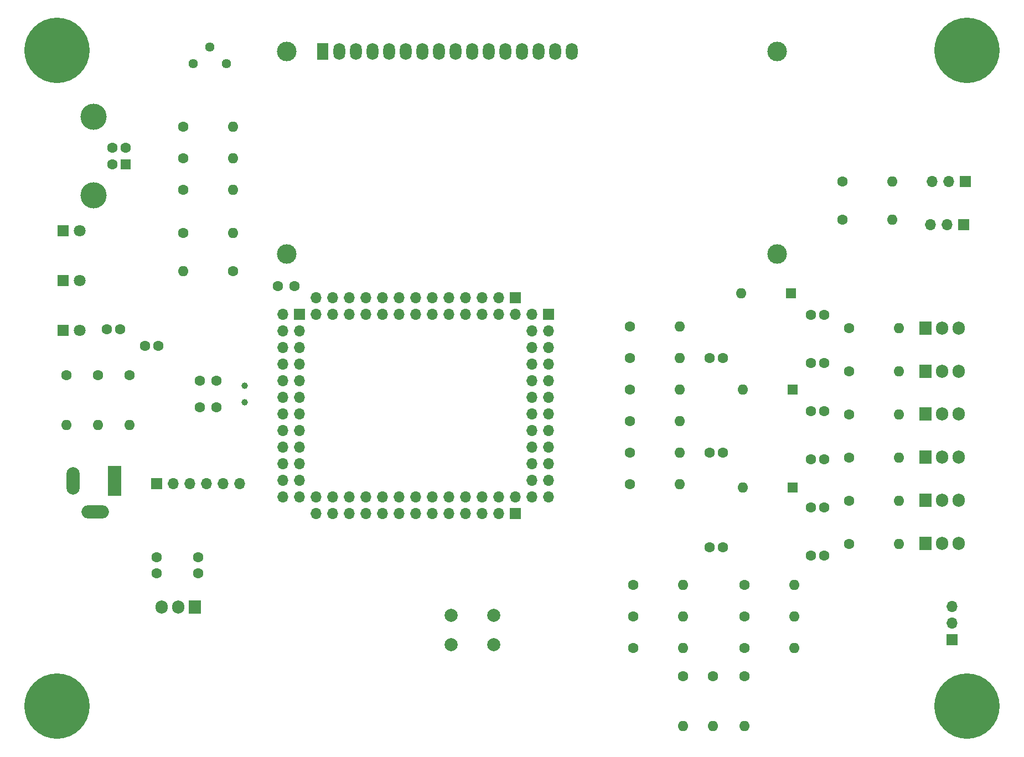
<source format=gbr>
%TF.GenerationSoftware,KiCad,Pcbnew,(6.0.7)*%
%TF.CreationDate,2022-11-12T20:07:08-06:00*%
%TF.ProjectId,Project 2,50726f6a-6563-4742-9032-2e6b69636164,rev?*%
%TF.SameCoordinates,Original*%
%TF.FileFunction,Soldermask,Bot*%
%TF.FilePolarity,Negative*%
%FSLAX46Y46*%
G04 Gerber Fmt 4.6, Leading zero omitted, Abs format (unit mm)*
G04 Created by KiCad (PCBNEW (6.0.7)) date 2022-11-12 20:07:08*
%MOMM*%
%LPD*%
G01*
G04 APERTURE LIST*
%ADD10C,1.600000*%
%ADD11O,1.600000X1.600000*%
%ADD12R,1.905000X2.000000*%
%ADD13O,1.905000X2.000000*%
%ADD14C,10.000000*%
%ADD15R,1.800000X1.800000*%
%ADD16C,1.800000*%
%ADD17R,1.700000X1.700000*%
%ADD18O,1.700000X1.700000*%
%ADD19C,1.000000*%
%ADD20R,1.600000X1.600000*%
%ADD21C,4.000000*%
%ADD22C,2.000000*%
%ADD23C,1.440000*%
%ADD24R,2.000000X4.600000*%
%ADD25O,2.000000X4.200000*%
%ADD26O,4.200000X2.000000*%
%ADD27C,3.000000*%
%ADD28R,1.800000X2.600000*%
%ADD29O,1.800000X2.600000*%
G04 APERTURE END LIST*
D10*
%TO.C,R29*%
X84457500Y-84740343D03*
D11*
X84457500Y-92360343D03*
%TD*%
D10*
%TO.C,R22*%
X161036000Y-82113000D03*
D11*
X168656000Y-82113000D03*
%TD*%
D10*
%TO.C,R13*%
X178562000Y-116840000D03*
D11*
X186182000Y-116840000D03*
%TD*%
%TO.C,R28*%
X201168000Y-60960000D03*
D10*
X193548000Y-60960000D03*
%TD*%
D12*
%TO.C,Q4*%
X206248000Y-97282000D03*
D13*
X208788000Y-97282000D03*
X211328000Y-97282000D03*
%TD*%
D10*
%TO.C,R21*%
X161036000Y-77287000D03*
D11*
X168656000Y-77287000D03*
%TD*%
D14*
%TO.C,H1*%
X73406000Y-135382000D03*
%TD*%
D10*
%TO.C,R6*%
X194564000Y-84145000D03*
D11*
X202184000Y-84145000D03*
%TD*%
D12*
%TO.C,U2*%
X94488000Y-120213000D03*
D13*
X91948000Y-120213000D03*
X89408000Y-120213000D03*
%TD*%
D10*
%TO.C,R7*%
X194564000Y-90749000D03*
D11*
X202184000Y-90749000D03*
%TD*%
D10*
%TO.C,C7*%
X188738000Y-75509000D03*
X190738000Y-75509000D03*
%TD*%
D12*
%TO.C,Q2*%
X206248000Y-84145000D03*
D13*
X208788000Y-84145000D03*
X211328000Y-84145000D03*
%TD*%
D10*
%TO.C,C12*%
X188738000Y-104973000D03*
X190738000Y-104973000D03*
%TD*%
D15*
%TO.C,D4*%
X74292500Y-77882343D03*
D16*
X76832500Y-77882343D03*
%TD*%
D10*
%TO.C,C9*%
X188738000Y-112339000D03*
X190738000Y-112339000D03*
%TD*%
%TO.C,R1*%
X161544000Y-116840000D03*
D11*
X169164000Y-116840000D03*
%TD*%
D12*
%TO.C,Q5*%
X206248000Y-103886000D03*
D13*
X208788000Y-103886000D03*
X211328000Y-103886000D03*
%TD*%
D10*
%TO.C,C14*%
X188722000Y-90241000D03*
X190722000Y-90241000D03*
%TD*%
D14*
%TO.C,H4*%
X73406000Y-35052000D03*
%TD*%
D10*
%TO.C,C13*%
X188722000Y-82875000D03*
X190722000Y-82875000D03*
%TD*%
%TO.C,R18*%
X100330000Y-68834000D03*
D11*
X92710000Y-68834000D03*
%TD*%
D10*
%TO.C,R14*%
X178562000Y-121666000D03*
D11*
X186182000Y-121666000D03*
%TD*%
D10*
%TO.C,C3*%
X81042000Y-77724000D03*
X83042000Y-77724000D03*
%TD*%
%TO.C,C1*%
X94996000Y-115062000D03*
X94996000Y-112562000D03*
%TD*%
%TO.C,R20*%
X92710000Y-56388000D03*
D11*
X100330000Y-56388000D03*
%TD*%
D10*
%TO.C,C10*%
X97770000Y-85598000D03*
X95270000Y-85598000D03*
%TD*%
%TO.C,R11*%
X173736000Y-130810000D03*
D11*
X173736000Y-138430000D03*
%TD*%
D15*
%TO.C,D6*%
X74292500Y-62642343D03*
D16*
X76832500Y-62642343D03*
%TD*%
D10*
%TO.C,R19*%
X92710000Y-51562000D03*
D11*
X100330000Y-51562000D03*
%TD*%
D10*
%TO.C,R10*%
X194564000Y-110561000D03*
D11*
X202184000Y-110561000D03*
%TD*%
D17*
%TO.C,J5*%
X88671000Y-101321000D03*
D18*
X91211000Y-101321000D03*
X93751000Y-101321000D03*
X96291000Y-101321000D03*
X98831000Y-101321000D03*
X101371000Y-101321000D03*
%TD*%
D19*
%TO.C,Y1*%
X102108000Y-88900000D03*
X102108000Y-86360000D03*
%TD*%
D10*
%TO.C,R24*%
X161036000Y-91765000D03*
D11*
X168656000Y-91765000D03*
%TD*%
D10*
%TO.C,R3*%
X161544000Y-126492000D03*
D11*
X169164000Y-126492000D03*
%TD*%
D10*
%TO.C,C16*%
X107208000Y-71120000D03*
X109708000Y-71120000D03*
%TD*%
D20*
%TO.C,D3*%
X185928000Y-101925000D03*
D11*
X178308000Y-101925000D03*
%TD*%
D10*
%TO.C,R4*%
X169164000Y-130810000D03*
D11*
X169164000Y-138430000D03*
%TD*%
D17*
%TO.C,J4*%
X212090000Y-61722000D03*
D18*
X209550000Y-61722000D03*
X207010000Y-61722000D03*
%TD*%
D10*
%TO.C,R16*%
X92710000Y-46736000D03*
D11*
X100330000Y-46736000D03*
%TD*%
D10*
%TO.C,R8*%
X194564000Y-97353000D03*
D11*
X202184000Y-97353000D03*
%TD*%
D10*
%TO.C,R2*%
X161544000Y-121666000D03*
D11*
X169164000Y-121666000D03*
%TD*%
D17*
%TO.C,J3*%
X210312000Y-125222000D03*
D18*
X210312000Y-122682000D03*
X210312000Y-120142000D03*
%TD*%
D15*
%TO.C,D5*%
X74292500Y-70262343D03*
D16*
X76832500Y-70262343D03*
%TD*%
D10*
%TO.C,C4*%
X173244000Y-82113000D03*
X175244000Y-82113000D03*
%TD*%
%TO.C,C11*%
X97750000Y-89662000D03*
X95250000Y-89662000D03*
%TD*%
%TO.C,C15*%
X86884000Y-80264000D03*
X88884000Y-80264000D03*
%TD*%
%TO.C,R26*%
X161036000Y-101417000D03*
D11*
X168656000Y-101417000D03*
%TD*%
D20*
%TO.C,J1*%
X83879000Y-52462343D03*
D10*
X83879000Y-49962343D03*
X81879000Y-49962343D03*
X81879000Y-52462343D03*
D21*
X79019000Y-45212343D03*
X79019000Y-57212343D03*
%TD*%
D22*
%TO.C,SW1*%
X133656000Y-121448000D03*
X140156000Y-121448000D03*
X140156000Y-125948000D03*
X133656000Y-125948000D03*
%TD*%
D10*
%TO.C,R30*%
X79631500Y-84740343D03*
D11*
X79631500Y-92360343D03*
%TD*%
D23*
%TO.C,RV1*%
X99314000Y-37084000D03*
X96774000Y-34544000D03*
X94234000Y-37084000D03*
%TD*%
D10*
%TO.C,R9*%
X194564000Y-103957000D03*
D11*
X202184000Y-103957000D03*
%TD*%
D17*
%TO.C,U1*%
X143510000Y-72898000D03*
D18*
X143510000Y-75438000D03*
X140970000Y-72898000D03*
X140970000Y-75438000D03*
X138430000Y-72898000D03*
X138430000Y-75438000D03*
X135890000Y-72898000D03*
X135890000Y-75438000D03*
X133350000Y-72898000D03*
X133350000Y-75438000D03*
X130810000Y-72898000D03*
X130810000Y-75438000D03*
X128270000Y-72898000D03*
X128270000Y-75438000D03*
X125730000Y-72898000D03*
X125730000Y-75438000D03*
X123190000Y-72898000D03*
X123190000Y-75438000D03*
X120650000Y-72898000D03*
X120650000Y-75438000D03*
X118110000Y-72898000D03*
X118110000Y-75438000D03*
X115570000Y-72898000D03*
X115570000Y-75438000D03*
X113030000Y-72898000D03*
X113030000Y-75438000D03*
X107950000Y-75438000D03*
D17*
X110490000Y-75438000D03*
D18*
X107950000Y-77978000D03*
X110490000Y-77978000D03*
X107950000Y-80518000D03*
X110490000Y-80518000D03*
X107950000Y-83058000D03*
X110490000Y-83058000D03*
X107950000Y-85598000D03*
X110490000Y-85598000D03*
X107950000Y-88138000D03*
X110490000Y-88138000D03*
X107950000Y-90678000D03*
X110490000Y-90678000D03*
X107950000Y-93218000D03*
X110490000Y-93218000D03*
X107950000Y-95758000D03*
X110490000Y-95758000D03*
X107950000Y-98298000D03*
X110490000Y-98298000D03*
X107950000Y-100838000D03*
X110490000Y-100838000D03*
X107950000Y-103378000D03*
X110490000Y-103378000D03*
X113030000Y-105918000D03*
X113030000Y-103378000D03*
X115570000Y-105918000D03*
X115570000Y-103378000D03*
X118110000Y-105918000D03*
X118110000Y-103378000D03*
X120650000Y-105918000D03*
X120650000Y-103378000D03*
X123190000Y-105918000D03*
X123190000Y-103378000D03*
X125730000Y-105918000D03*
X125730000Y-103378000D03*
X128270000Y-105918000D03*
X128270000Y-103378000D03*
X130810000Y-105918000D03*
X130810000Y-103378000D03*
X133350000Y-105918000D03*
X133350000Y-103378000D03*
X135890000Y-105918000D03*
X135890000Y-103378000D03*
X138430000Y-105918000D03*
X138430000Y-103378000D03*
X140970000Y-105918000D03*
X140970000Y-103378000D03*
D17*
X143510000Y-105918000D03*
D18*
X143510000Y-103378000D03*
X148590000Y-103378000D03*
X146050000Y-103378000D03*
X148590000Y-100838000D03*
X146050000Y-100838000D03*
X148590000Y-98298000D03*
X146050000Y-98298000D03*
X148590000Y-95758000D03*
X146050000Y-95758000D03*
X148590000Y-93218000D03*
X146050000Y-93218000D03*
X148590000Y-90678000D03*
X146050000Y-90678000D03*
X148590000Y-88138000D03*
X146050000Y-88138000D03*
X148590000Y-85598000D03*
X146050000Y-85598000D03*
X148590000Y-83058000D03*
X146050000Y-83058000D03*
X148590000Y-80518000D03*
X146050000Y-80518000D03*
X148590000Y-77978000D03*
X146050000Y-77978000D03*
D17*
X148590000Y-75438000D03*
D18*
X146050000Y-75438000D03*
%TD*%
D14*
%TO.C,H2*%
X212598000Y-135382000D03*
%TD*%
D10*
%TO.C,R15*%
X178562000Y-126492000D03*
D11*
X186182000Y-126492000D03*
%TD*%
D17*
%TO.C,J7*%
X212329000Y-55118000D03*
D18*
X209789000Y-55118000D03*
X207249000Y-55118000D03*
%TD*%
D10*
%TO.C,C8*%
X188738000Y-97607000D03*
X190738000Y-97607000D03*
%TD*%
D12*
%TO.C,Q3*%
X206248000Y-90678000D03*
D13*
X208788000Y-90678000D03*
X211328000Y-90678000D03*
%TD*%
D12*
%TO.C,Q1*%
X206248000Y-77541000D03*
D13*
X208788000Y-77541000D03*
X211328000Y-77541000D03*
%TD*%
D10*
%TO.C,C6*%
X173228000Y-96591000D03*
X175228000Y-96591000D03*
%TD*%
D12*
%TO.C,Q6*%
X206248000Y-110490000D03*
D13*
X208788000Y-110490000D03*
X211328000Y-110490000D03*
%TD*%
D11*
%TO.C,R27*%
X201168000Y-55118000D03*
D10*
X193548000Y-55118000D03*
%TD*%
%TO.C,R12*%
X178562000Y-130810000D03*
D11*
X178562000Y-138430000D03*
%TD*%
D10*
%TO.C,R25*%
X161036000Y-96591000D03*
D11*
X168656000Y-96591000D03*
%TD*%
D10*
%TO.C,R17*%
X92710000Y-62992000D03*
D11*
X100330000Y-62992000D03*
%TD*%
D24*
%TO.C,J2*%
X82171500Y-100854343D03*
D25*
X75871500Y-100854343D03*
D26*
X79271500Y-105654343D03*
%TD*%
D10*
%TO.C,C2*%
X88646000Y-115062000D03*
X88646000Y-112562000D03*
%TD*%
%TO.C,R23*%
X161036000Y-86939000D03*
D11*
X168656000Y-86939000D03*
%TD*%
D20*
%TO.C,D1*%
X185674000Y-72207000D03*
D11*
X178054000Y-72207000D03*
%TD*%
D27*
%TO.C,J6*%
X183549480Y-66189200D03*
X108550900Y-66189200D03*
X108550900Y-35188500D03*
X183550000Y-35188500D03*
D28*
X114050000Y-35188500D03*
D29*
X116590000Y-35188500D03*
X119130000Y-35188500D03*
X121670000Y-35188500D03*
X124210000Y-35188500D03*
X126750000Y-35188500D03*
X129290000Y-35188500D03*
X131830000Y-35188500D03*
X134370000Y-35188500D03*
X136910000Y-35188500D03*
X139450000Y-35188500D03*
X141990000Y-35188500D03*
X144530000Y-35188500D03*
X147070000Y-35188500D03*
X149610000Y-35188500D03*
X152150000Y-35188500D03*
%TD*%
D10*
%TO.C,R31*%
X74805500Y-84740343D03*
D11*
X74805500Y-92360343D03*
%TD*%
D20*
%TO.C,D2*%
X185928000Y-86939000D03*
D11*
X178308000Y-86939000D03*
%TD*%
D14*
%TO.C,H3*%
X212598000Y-35052000D03*
%TD*%
D10*
%TO.C,R5*%
X194564000Y-77541000D03*
D11*
X202184000Y-77541000D03*
%TD*%
D10*
%TO.C,C5*%
X173244000Y-111069000D03*
X175244000Y-111069000D03*
%TD*%
M02*

</source>
